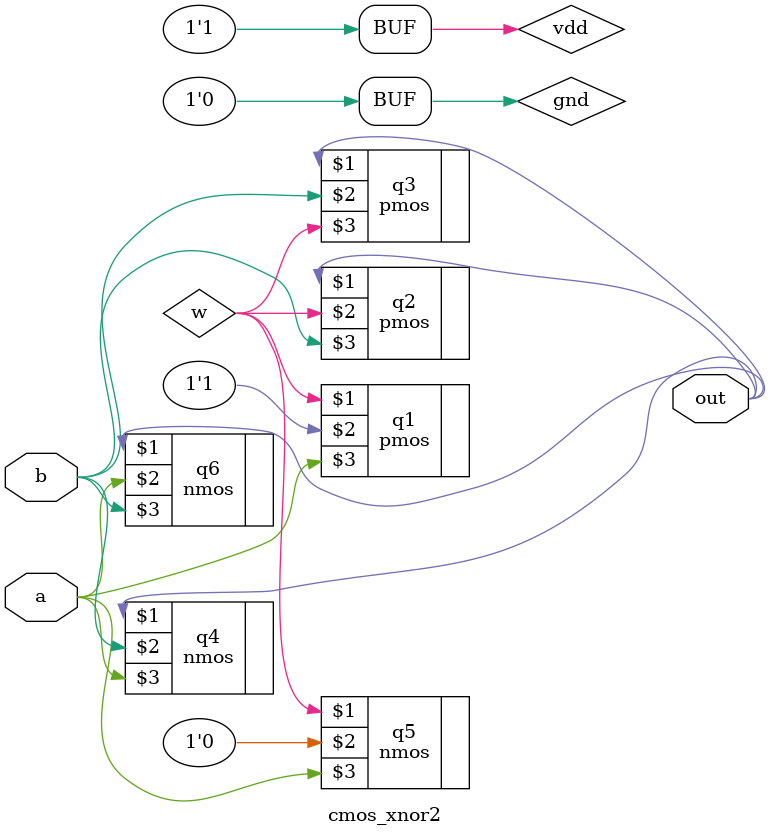
<source format=v>
module cmos_xnor2(input a, b, output out);
	wire w;
	supply1 vdd;
	supply0 gnd;

	pmos q1(w, vdd, a);
	pmos q2(out, w, b);
	pmos q3(out, b, w);

	nmos q5(w, gnd, a);
	nmos q6(out, a, b);
	nmos q4(out, b, a);
endmodule


</source>
